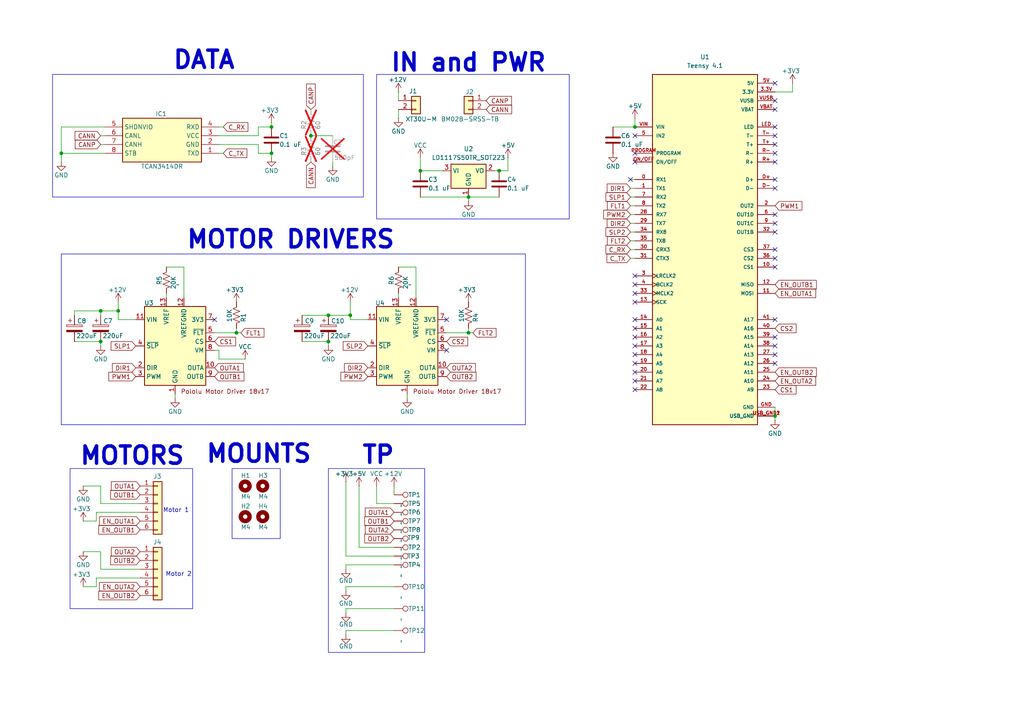
<source format=kicad_sch>
(kicad_sch (version 20250114) (generator "eeschema") (generator_version "9.0")
  (paper "A4")
  (title_block (title "Mechanum Drive Train") (date "2025-01-14") (rev "0.1") (company "Gold Rush Robotics") (comment 1 "WIP"))
  (lib_symbols
    (symbol "Connector:TestPoint" (pin_numbers (hide yes)) (pin_names (offset 0.762) (hide yes))
      (property "Reference" "TP" (at 0 6.858 0))
      (property "Value" "TestPoint" (at 0 5.08 0))
      (symbol "TestPoint_0_1"
        (circle (center 0 3.302) (radius 0.762))
      )
      (symbol "TestPoint_1_1"
        (pin passive line (at 0 0 90) (length 2.54) (name "1") (number "1"))
      )
    )
    (symbol "Connector_Generic:Conn_01x02" (pin_names (offset 1.016) (hide yes))
      (property "Reference" "J" (at 0 2.54 0))
      (property "Value" "Conn_01x02" (at 0 -5.08 0))
      (symbol "Conn_01x02_1_1"
        (rectangle (start -1.27 1.27) (end 1.27 -3.81) (stroke (width 0.254)) (fill (type background)))
        (rectangle (start -1.27 0.127) (end 0 -0.127) (stroke (width 0.1524)))
        (rectangle (start -1.27 -2.413) (end 0 -2.667) (stroke (width 0.1524)))
        (pin passive line (at -5.08 0 0) (length 3.81) (name "Pin_1") (number "1"))
        (pin passive line (at -5.08 -2.54 0) (length 3.81) (name "Pin_2") (number "2"))
      )
    )
    (symbol "Connector_Generic:Conn_01x06" (pin_names (offset 1.016) (hide yes))
      (property "Reference" "J" (at 0 7.62 0))
      (property "Value" "Conn_01x06" (at 0 -10.16 0))
      (symbol "Conn_01x06_1_1"
        (rectangle (start -1.27 6.35) (end 1.27 -8.89) (stroke (width 0.254)) (fill (type background)))
        (rectangle (start -1.27 5.207) (end 0 4.953) (stroke (width 0.1524)))
        (rectangle (start -1.27 2.667) (end 0 2.413) (stroke (width 0.1524)))
        (rectangle (start -1.27 0.127) (end 0 -0.127) (stroke (width 0.1524)))
        (rectangle (start -1.27 -2.413) (end 0 -2.667) (stroke (width 0.1524)))
        (rectangle (start -1.27 -4.953) (end 0 -5.207) (stroke (width 0.1524)))
        (rectangle (start -1.27 -7.493) (end 0 -7.747) (stroke (width 0.1524)))
        (pin passive line (at -5.08 5.08 0) (length 3.81) (name "Pin_1") (number "1"))
        (pin passive line (at -5.08 2.54 0) (length 3.81) (name "Pin_2") (number "2"))
        (pin passive line (at -5.08 0 0) (length 3.81) (name "Pin_3") (number "3"))
        (pin passive line (at -5.08 -2.54 0) (length 3.81) (name "Pin_4") (number "4"))
        (pin passive line (at -5.08 -5.08 0) (length 3.81) (name "Pin_5") (number "5"))
        (pin passive line (at -5.08 -7.62 0) (length 3.81) (name "Pin_6") (number "6"))
      )
    )
    (symbol "Device:C" (pin_numbers (hide yes)) (pin_names (offset 0.254))
      (property "Reference" "C" (at 0.635 2.54 0))
      (property "Value" "C" (at 0.635 -2.54 0))
      (symbol "C_0_1"
        (polyline (pts (xy -2.032 0.762) (xy 2.032 0.762)) (stroke (width 0.508)))
        (polyline (pts (xy -2.032 -0.762) (xy 2.032 -0.762)) (stroke (width 0.508)))
      )
      (symbol "C_1_1"
        (pin passive line (at 0 3.81 270) (length 2.794) (name "~") (number "1"))
        (pin passive line (at 0 -3.81 90) (length 2.794) (name "~") (number "2"))
      )
    )
    (symbol "Device:C_Polarized" (pin_numbers (hide yes)) (pin_names (offset 0.254))
      (property "Reference" "C" (at 0.635 2.54 0))
      (property "Value" "C_Polarized" (at 0.635 -2.54 0))
      (symbol "C_Polarized_0_1"
        (rectangle (start -2.286 0.508) (end 2.286 1.016))
        (polyline (pts (xy -1.778 2.286) (xy -0.762 2.286)))
        (polyline (pts (xy -1.27 2.794) (xy -1.27 1.778)))
        (rectangle (start 2.286 -0.508) (end -2.286 -1.016) (fill (type outline)))
      )
      (symbol "C_Polarized_1_1"
        (pin passive line (at 0 3.81 270) (length 2.794) (name "~") (number "1"))
        (pin passive line (at 0 -3.81 90) (length 2.794) (name "~") (number "2"))
      )
    )
    (symbol "Device:R_US" (pin_numbers (hide yes)) (pin_names (offset 0))
      (property "Reference" "R" (at 2.54 0 90))
      (property "Value" "R_US" (at -2.54 0 90))
      (symbol "R_US_0_1"
        (polyline (pts (xy 0 2.286) (xy 0 2.54)))
        (polyline (pts (xy 0 2.286) (xy 1.016 1.905) (xy 0 1.524) (xy -1.016 1.143) (xy 0 0.762)))
        (polyline (pts (xy 0 0.762) (xy 1.016 0.381) (xy 0 0) (xy -1.016 -0.381) (xy 0 -0.762)))
        (polyline (pts (xy 0 -0.762) (xy 1.016 -1.143) (xy 0 -1.524) (xy -1.016 -1.905) (xy 0 -2.286)))
        (polyline (pts (xy 0 -2.286) (xy 0 -2.54)))
      )
      (symbol "R_US_1_1"
        (pin passive line (at 0 3.81 270) (length 1.27) (name "~") (number "1"))
        (pin passive line (at 0 -3.81 90) (length 1.27) (name "~") (number "2"))
      )
    )
    (symbol "Mechanical:MountingHole" (pin_names (offset 1.016)) (exclude_from_sim yes) (in_bom no)
      (property "Reference" "H" (at 0 5.08 0))
      (property "Value" "MountingHole" (at 0 3.175 0))
      (symbol "MountingHole_0_1"
        (circle (center 0 0) (radius 1.27) (stroke (width 1.27)))
      )
    )
    (symbol "Pololu_Motor_Driver_18v17_1"
      (property "Reference" "U" (at 8.636 30.988 0))
      (symbol "Pololu_Motor_Driver_18v17_1_0_1"
        (rectangle (start 0 29.21) (end 17.78 6.35) (stroke (width 0.254)) (fill (type background)))
      )
      (symbol "Pololu_Motor_Driver_18v17_1_1_1"
        (text "Pololu Motor Driver 18v17" (at 23.368 4.572 0) (effects (font (size 1.27 1.27))))
        (pin power_in line (at -2.54 25.4 0) (length 2.54) (name "VIN") (number "11"))
        (pin input line (at -2.54 17.78 0) (length 2.54) (name "~{SLP}") (number "4"))
        (pin input line (at -2.54 11.43 0) (length 2.54) (name "DIR") (number "2"))
        (pin input line (at -2.54 8.89 0) (length 2.54) (name "PWM") (number "3"))
        (pin power_in line (at 6.35 31.75 270) (length 2.54) (name "VREF") (number "13"))
        (pin power_in line (at 8.89 3.81 90) (length 2.54) (name "GND") (number "1"))
        (pin power_in line (at 11.43 31.75 270) (length 2.54) (name "VREFGND") (number "12"))
        (pin power_out line (at 20.32 25.4 180) (length 2.54) (name "3V3") (number "7"))
        (pin output line (at 20.32 21.59 180) (length 2.54) (name "~{FLT}") (number "5"))
        (pin output line (at 20.32 19.05 180) (length 2.54) (name "CS") (number "6"))
        (pin output line (at 20.32 16.51 180) (length 2.54) (name "VM") (number "8"))
        (pin output line (at 20.32 11.43 180) (length 2.54) (name "OUTA") (number "10"))
        (pin output line (at 20.32 8.89 180) (length 2.54) (name "OUTB") (number "9"))
      )
    )
    (symbol "PolouMotorDriver:Pololu_Motor_Driver_18v17"
      (property "Reference" "U" (at 8.636 30.988 0))
      (symbol "Pololu_Motor_Driver_18v17_0_1"
        (rectangle (start 0 29.21) (end 17.78 6.35) (stroke (width 0.254)) (fill (type background)))
      )
      (symbol "Pololu_Motor_Driver_18v17_1_1"
        (text "Pololu Motor Driver 18v17" (at 23.368 4.572 0) (effects (font (size 1.27 1.27))))
        (pin power_in line (at -2.54 25.4 0) (length 2.54) (name "VIN") (number "11"))
        (pin input line (at -2.54 17.78 0) (length 2.54) (name "~{SLP}") (number "4"))
        (pin input line (at -2.54 11.43 0) (length 2.54) (name "DIR") (number "2"))
        (pin input line (at -2.54 8.89 0) (length 2.54) (name "PWM") (number "3"))
        (pin power_in line (at 6.35 31.75 270) (length 2.54) (name "VREF") (number "13"))
        (pin power_in line (at 8.89 3.81 90) (length 2.54) (name "GND") (number "1"))
        (pin power_in line (at 11.43 31.75 270) (length 2.54) (name "VREFGND") (number "12"))
        (pin power_out line (at 20.32 25.4 180) (length 2.54) (name "3V3") (number "7"))
        (pin output line (at 20.32 21.59 180) (length 2.54) (name "~{FLT}") (number "5"))
        (pin output line (at 20.32 19.05 180) (length 2.54) (name "CS") (number "6"))
        (pin output line (at 20.32 16.51 180) (length 2.54) (name "VM") (number "8"))
        (pin output line (at 20.32 11.43 180) (length 2.54) (name "OUTA") (number "10"))
        (pin output line (at 20.32 8.89 180) (length 2.54) (name "OUTB") (number "9"))
      )
    )
    (symbol "Regulator_Linear:LD1117S50TR_SOT223"
      (property "Reference" "U" (at -3.81 3.175 0))
      (property "Value" "LD1117S50TR_SOT223" (at 0 3.175 0))
      (symbol "LD1117S50TR_SOT223_0_1"
        (rectangle (start -5.08 -5.08) (end 5.08 1.905) (stroke (width 0.254)) (fill (type background)))
      )
      (symbol "LD1117S50TR_SOT223_1_1"
        (pin power_in line (at -7.62 0 0) (length 2.54) (name "VI") (number "3"))
        (pin power_in line (at 0 -7.62 90) (length 2.54) (name "GND") (number "1"))
        (pin power_out line (at 7.62 0 180) (length 2.54) (name "VO") (number "2"))
      )
    )
    (symbol "TCAN3414DR:TCAN3414DR"
      (property "Reference" "IC" (at 29.21 7.62 0))
      (property "Value" "TCAN3414DR" (at 29.21 5.08 0))
      (symbol "TCAN3414DR_1_1"
        (rectangle (start 5.08 2.54) (end 27.94 -10.16) (stroke (width 0.254)) (fill (type background)))
        (pin passive line (at 0 0 0) (length 5.08) (name "TXD") (number "1"))
        (pin passive line (at 0 -2.54 0) (length 5.08) (name "GND") (number "2"))
        (pin passive line (at 0 -5.08 0) (length 5.08) (name "VCC") (number "3"))
        (pin passive line (at 0 -7.62 0) (length 5.08) (name "RXD") (number "4"))
        (pin passive line (at 33.02 0 180) (length 5.08) (name "STB") (number "8"))
        (pin passive line (at 33.02 -2.54 180) (length 5.08) (name "CANH") (number "7"))
        (pin passive line (at 33.02 -5.08 180) (length 5.08) (name "CANL") (number "6"))
        (pin passive line (at 33.02 -7.62 180) (length 5.08) (name "SHDNVIO") (number "5"))
      )
    )
    (symbol "Teensy 4.1:DEV-16771" (pin_names (offset 1.016))
      (property "Reference" "U" (at -15.24 52.07 0))
      (property "Value" "DEV-16771" (at -15.24 -53.34 0))
      (symbol "DEV-16771_0_0"
        (rectangle (start -15.24 -50.8) (end 15.24 50.8) (stroke (width 0.254)) (fill (type background)))
        (pin input line (at -20.32 35.56 0) (length 5.08) (name "VIN") (number "VIN"))
        (pin bidirectional line (at -20.32 33.02 0) (length 5.08) (name "IN2") (number "5"))
        (pin bidirectional line (at -20.32 27.94 0) (length 5.08) (name "PROGRAM") (number "PROGRAM"))
        (pin bidirectional line (at -20.32 25.4 0) (length 5.08) (name "ON/OFF") (number "ON/OFF"))
        (pin bidirectional line (at -20.32 20.32 0) (length 5.08) (name "RX1") (number "0"))
        (pin bidirectional line (at -20.32 17.78 0) (length 5.08) (name "TX1") (number "1"))
        (pin bidirectional line (at -20.32 15.24 0) (length 5.08) (name "RX2") (number "7"))
        (pin bidirectional line (at -20.32 12.7 0) (length 5.08) (name "TX2") (number "8"))
        (pin bidirectional line (at -20.32 10.16 0) (length 5.08) (name "RX7") (number "28"))
        (pin bidirectional line (at -20.32 7.62 0) (length 5.08) (name "TX7") (number "29"))
        (pin bidirectional line (at -20.32 5.08 0) (length 5.08) (name "RX8") (number "34"))
        (pin bidirectional line (at -20.32 2.54 0) (length 5.08) (name "TX8") (number "35"))
        (pin bidirectional line (at -20.32 0 0) (length 5.08) (name "CRX3") (number "30"))
        (pin bidirectional line (at -20.32 -2.54 0) (length 5.08) (name "CTX3") (number "31"))
        (pin bidirectional clock (at -20.32 -7.62 0) (length 5.08) (name "LRCLK2") (number "3"))
        (pin bidirectional clock (at -20.32 -10.16 0) (length 5.08) (name "BCLK2") (number "4"))
        (pin bidirectional clock (at -20.32 -12.7 0) (length 5.08) (name "MCLK2") (number "33"))
        (pin bidirectional clock (at -20.32 -15.24 0) (length 5.08) (name "SCK") (number "13"))
        (pin bidirectional line (at -20.32 -20.32 0) (length 5.08) (name "A0") (number "14"))
        (pin bidirectional line (at -20.32 -22.86 0) (length 5.08) (name "A1") (number "15"))
        (pin bidirectional line (at -20.32 -25.4 0) (length 5.08) (name "A2") (number "16"))
        (pin bidirectional line (at -20.32 -27.94 0) (length 5.08) (name "A3") (number "17"))
        (pin bidirectional line (at -20.32 -30.48 0) (length 5.08) (name "A4") (number "18"))
        (pin bidirectional line (at -20.32 -33.02 0) (length 5.08) (name "A5") (number "19"))
        (pin bidirectional line (at -20.32 -35.56 0) (length 5.08) (name "A6") (number "20"))
        (pin bidirectional line (at -20.32 -38.1 0) (length 5.08) (name "A7") (number "21"))
        (pin bidirectional line (at -20.32 -40.64 0) (length 5.08) (name "A8") (number "22"))
        (pin power_in line (at 20.32 48.26 180) (length 5.08) (name "5V") (number "5V"))
        (pin passive line (at 20.32 43.18 180) (length 5.08) (name "VUSB") (number "VUSB"))
        (pin passive line (at 20.32 40.64 180) (length 5.08) (name "VBAT") (number "VBAT"))
        (pin bidirectional line (at 20.32 35.56 180) (length 5.08) (name "LED") (number "LED"))
        (pin bidirectional line (at 20.32 33.02 180) (length 5.08) (name "T-") (number "T-"))
        (pin bidirectional line (at 20.32 30.48 180) (length 5.08) (name "T+") (number "T+"))
        (pin bidirectional line (at 20.32 27.94 180) (length 5.08) (name "R-") (number "R-"))
        (pin bidirectional line (at 20.32 25.4 180) (length 5.08) (name "R+") (number "R+"))
        (pin bidirectional line (at 20.32 20.32 180) (length 5.08) (name "D+") (number "D+"))
        (pin bidirectional line (at 20.32 17.78 180) (length 5.08) (name "D-") (number "D-"))
        (pin output line (at 20.32 12.7 180) (length 5.08) (name "OUT2") (number "2"))
        (pin output line (at 20.32 10.16 180) (length 5.08) (name "OUT1D") (number "6"))
        (pin output line (at 20.32 7.62 180) (length 5.08) (name "OUT1C") (number "9"))
        (pin output line (at 20.32 5.08 180) (length 5.08) (name "OUT1B") (number "32"))
        (pin bidirectional line (at 20.32 0 180) (length 5.08) (name "CS3") (number "37"))
        (pin bidirectional line (at 20.32 -2.54 180) (length 5.08) (name "CS2") (number "36"))
        (pin bidirectional line (at 20.32 -5.08 180) (length 5.08) (name "CS1") (number "10"))
        (pin bidirectional line (at 20.32 -10.16 180) (length 5.08) (name "MISO") (number "12"))
        (pin bidirectional line (at 20.32 -12.7 180) (length 5.08) (name "MOSI") (number "11"))
        (pin bidirectional line (at 20.32 -20.32 180) (length 5.08) (name "A17") (number "41"))
        (pin bidirectional line (at 20.32 -22.86 180) (length 5.08) (name "A16") (number "40"))
        (pin bidirectional line (at 20.32 -25.4 180) (length 5.08) (name "A15") (number "39"))
        (pin bidirectional line (at 20.32 -27.94 180) (length 5.08) (name "A14") (number "38"))
        (pin bidirectional line (at 20.32 -30.48 180) (length 5.08) (name "A13") (number "27"))
        (pin bidirectional line (at 20.32 -33.02 180) (length 5.08) (name "A12") (number "26"))
        (pin bidirectional line (at 20.32 -35.56 180) (length 5.08) (name "A11") (number "25"))
        (pin bidirectional line (at 20.32 -38.1 180) (length 5.08) (name "A10") (number "24"))
        (pin bidirectional line (at 20.32 -40.64 180) (length 5.08) (name "A9") (number "23"))
        (pin power_in line (at 20.32 -48.26 180) (length 5.08) (name "USB_GND") (number "USB_GND1"))
        (pin power_in line (at 20.32 -48.26 180) (length 5.08) (name "USB_GND") (number "USB_GND2"))
      )
      (symbol "DEV-16771_1_0"
        (pin power_in line (at 20.32 45.72 180) (length 5.08) (name "3.3V") (number "3.3V"))
        (pin power_in line (at 20.32 -45.72 180) (length 5.08) (name "GND") (number "GND"))
      )
    )
    (symbol "power:+12V" (power) (pin_numbers (hide yes)) (pin_names (offset 0) (hide yes))
      (property "Value" "+12V" (at 0 3.556 0))
      (symbol "+12V_0_1"
        (polyline (pts (xy -0.762 1.27) (xy 0 2.54)))
        (polyline (pts (xy 0 2.54) (xy 0.762 1.27)))
        (polyline (pts (xy 0 0) (xy 0 2.54)))
      )
      (symbol "+12V_1_1"
        (pin power_in line (at 0 0 90) (length 0) (name "~") (number "1"))
      )
    )
    (symbol "power:+3V3" (power) (pin_numbers (hide yes)) (pin_names (offset 0) (hide yes))
      (property "Value" "+3V3" (at 0 3.556 0))
      (symbol "+3V3_0_1"
        (polyline (pts (xy -0.762 1.27) (xy 0 2.54)))
        (polyline (pts (xy 0 2.54) (xy 0.762 1.27)))
        (polyline (pts (xy 0 0) (xy 0 2.54)))
      )
      (symbol "+3V3_1_1"
        (pin power_in line (at 0 0 90) (length 0) (name "~") (number "1"))
      )
    )
    (symbol "power:+5V" (power) (pin_numbers (hide yes)) (pin_names (offset 0) (hide yes))
      (property "Value" "+5V" (at 0 3.556 0))
      (symbol "+5V_0_1"
        (polyline (pts (xy -0.762 1.27) (xy 0 2.54)))
        (polyline (pts (xy 0 2.54) (xy 0.762 1.27)))
        (polyline (pts (xy 0 0) (xy 0 2.54)))
      )
      (symbol "+5V_1_1"
        (pin power_in line (at 0 0 90) (length 0) (name "~") (number "1"))
      )
    )
    (symbol "power:GND" (power) (pin_numbers (hide yes)) (pin_names (offset 0) (hide yes))
      (property "Value" "GND" (at 0 -3.81 0))
      (symbol "GND_0_1"
        (polyline (pts (xy 0 0) (xy 0 -1.27) (xy 1.27 -1.27) (xy 0 -2.54) (xy -1.27 -1.27) (xy 0 -1.27)))
      )
      (symbol "GND_1_1"
        (pin power_in line (at 0 0 270) (length 0) (name "~") (number "1"))
      )
    )
    (symbol "power:VCC" (power) (pin_numbers (hide yes)) (pin_names (offset 0) (hide yes))
      (property "Value" "VCC" (at 0 3.556 0))
      (symbol "VCC_0_1"
        (polyline (pts (xy -0.762 1.27) (xy 0 2.54)))
        (polyline (pts (xy 0 2.54) (xy 0.762 1.27)))
        (polyline (pts (xy 0 0) (xy 0 2.54)))
      )
      (symbol "VCC_1_1"
        (pin power_in line (at 0 0 90) (length 0) (name "~") (number "1"))
      )
    )
  )
  (rectangle (start 67.31 135.89) (end 81.28 156.21))
  (rectangle (start 15.24 21.59) (end 105.41 57.15))
  (rectangle (start 20.32 135.89) (end 55.88 176.53))
  (rectangle (start 95.25 135.89) (end 123.19 189.23))
  (rectangle (start 17.78 73.66) (end 152.4 123.19))
  (rectangle (start 109.22 21.59) (end 165.1 63.5))
  (text "MOUNTS" (at 75.0796 131.7564 0) (effects (font (size 5 5) (thickness 1) (bold yes))))
  (text "TP" (at 109.728 132.08 0) (effects (font (size 5 5) (thickness 1) (bold yes))))
  (text "Motor 1" (at 51.054 148.082 0) (effects (font (size 1.27 1.27))))
  (text "DATA" (at 59.182 17.526 0) (effects (font (size 5 5) (thickness 1) (bold yes))))
  (text "IN and PWR" (at 135.89 18.288 0) (effects (font (size 5 5) (thickness 1) (bold yes))))
  (text "MOTOR DRIVERS" (at 84.328 69.596 0) (effects (font (size 5 5) (thickness 1) (bold yes))))
  (text "Motor 2" (at 51.816 166.624 0) (effects (font (size 1.27 1.27))))
  (text "MOTORS" (at 38.354 132.334 0) (effects (font (size 5 5) (thickness 1) (bold yes))))
  (junction (at 68.58 96.52))
  (junction (at 29.21 99.06))
  (junction (at 224.79 120.65))
  (junction (at 95.25 91.44))
  (junction (at 78.74 44.45))
  (junction (at 29.21 90.17))
  (junction (at 135.89 57.15))
  (junction (at 144.78 49.53))
  (junction (at 101.6 91.44))
  (junction (at 121.92 49.53))
  (junction (at 90.17 39.37))
  (junction (at 17.78 44.45))
  (junction (at 78.74 36.83))
  (junction (at 95.25 99.06))
  (junction (at 135.89 96.52))
  (junction (at 34.29 90.17))
  (junction (at 184.15 36.83))
  (no_connect (at 184.15 87.63))
  (no_connect (at 224.79 77.47))
  (no_connect (at 224.79 39.37))
  (no_connect (at 184.15 80.01))
  (no_connect (at 184.15 107.95))
  (no_connect (at 129.54 101.6))
  (no_connect (at 184.15 85.09))
  (no_connect (at 224.79 44.45))
  (no_connect (at 224.79 41.91))
  (no_connect (at 184.15 39.37))
  (no_connect (at 184.15 95.25))
  (no_connect (at 184.15 105.41))
  (no_connect (at 224.79 36.83))
  (no_connect (at 224.79 31.75))
  (no_connect (at 182.88 52.07))
  (no_connect (at 184.15 110.49))
  (no_connect (at 62.23 92.71))
  (no_connect (at 224.79 52.07))
  (no_connect (at 224.79 105.41))
  (no_connect (at 224.79 62.23))
  (no_connect (at 184.15 46.99))
  (no_connect (at 224.79 67.31))
  (no_connect (at 184.15 113.03))
  (no_connect (at 224.79 74.93))
  (no_connect (at 224.79 54.61))
  (no_connect (at 224.79 72.39))
  (no_connect (at 184.15 102.87))
  (no_connect (at 129.54 92.71))
  (no_connect (at 224.79 97.79))
  (no_connect (at 184.15 100.33))
  (no_connect (at 184.15 82.55))
  (no_connect (at 224.79 102.87))
  (no_connect (at 224.79 46.99))
  (no_connect (at 184.15 44.45))
  (no_connect (at 224.79 24.13))
  (no_connect (at 184.15 97.79))
  (no_connect (at 224.79 64.77))
  (no_connect (at 224.79 100.33))
  (no_connect (at 224.79 29.21))
  (no_connect (at 184.15 92.71))
  (no_connect (at 224.79 92.71))
  (wire (pts (xy 100.33 139.7) (xy 100.33 161.29)))
  (wire (pts (xy 74.93 36.83) (xy 78.74 36.83)))
  (wire (pts (xy 101.6 91.44) (xy 101.6 92.71)))
  (wire (pts (xy 184.15 34.29) (xy 184.15 36.83)))
  (wire (pts (xy 118.11 115.57) (xy 118.11 114.3)))
  (wire (pts (xy 115.57 77.47) (xy 120.65 77.47)))
  (wire (pts (xy 63.5 104.14) (xy 63.5 101.6)))
  (wire (pts (xy 100.33 182.88) (xy 100.33 184.15)))
  (wire (pts (xy 177.8 36.83) (xy 184.15 36.83)))
  (wire (pts (xy 68.58 96.52) (xy 69.85 96.52)))
  (wire (pts (xy 100.33 170.18) (xy 100.33 171.45)))
  (wire (pts (xy 224.79 118.11) (xy 224.79 120.65)))
  (wire (pts (xy 100.33 163.83) (xy 114.3 163.83)))
  (wire (pts (xy 87.63 91.44) (xy 95.25 91.44)))
  (wire (pts (xy 27.94 151.13) (xy 27.94 148.59)))
  (wire (pts (xy 27.94 167.64) (xy 40.64 167.64)))
  (wire (pts (xy 144.78 49.53) (xy 147.32 49.53)))
  (wire (pts (xy 27.94 148.59) (xy 40.64 148.59)))
  (wire (pts (xy 104.14 158.75) (xy 114.3 158.75)))
  (wire (pts (xy 78.74 44.45) (xy 74.93 44.45)))
  (wire (pts (xy 114.3 140.97) (xy 114.3 143.51)))
  (wire (pts (xy 29.21 90.17) (xy 34.29 90.17)))
  (wire (pts (xy 182.88 64.77) (xy 184.15 64.77)))
  (wire (pts (xy 121.92 57.15) (xy 135.89 57.15)))
  (wire (pts (xy 144.78 49.53) (xy 143.51 49.53)))
  (wire (pts (xy 29.21 160.02) (xy 29.21 165.1)))
  (wire (pts (xy 95.25 99.06) (xy 95.25 100.33)))
  (wire (pts (xy 24.13 170.18) (xy 27.94 170.18)))
  (wire (pts (xy 100.33 176.53) (xy 114.3 176.53)))
  (wire (pts (xy 121.92 45.72) (xy 121.92 49.53)))
  (wire (pts (xy 182.88 69.85) (xy 184.15 69.85)))
  (wire (pts (xy 21.59 90.17) (xy 29.21 90.17)))
  (wire (pts (xy 96.52 48.26) (xy 96.52 46.99)))
  (wire (pts (xy 182.88 72.39) (xy 184.15 72.39)))
  (wire (pts (xy 115.57 26.67) (xy 115.57 29.21)))
  (wire (pts (xy 100.33 163.83) (xy 100.33 165.1)))
  (wire (pts (xy 182.88 59.69) (xy 184.15 59.69)))
  (wire (pts (xy 224.79 26.67) (xy 229.87 26.67)))
  (wire (pts (xy 63.5 41.91) (xy 74.93 41.91)))
  (wire (pts (xy 27.94 170.18) (xy 27.94 167.64)))
  (wire (pts (xy 100.33 161.29) (xy 114.3 161.29)))
  (wire (pts (xy 74.93 39.37) (xy 74.93 36.83)))
  (wire (pts (xy 109.22 146.05) (xy 109.22 140.97)))
  (wire (pts (xy 34.29 92.71) (xy 39.37 92.71)))
  (wire (pts (xy 17.78 44.45) (xy 30.48 44.45)))
  (wire (pts (xy 30.48 36.83) (xy 17.78 36.83)))
  (wire (pts (xy 182.88 54.61) (xy 184.15 54.61)))
  (wire (pts (xy 135.89 96.52) (xy 137.16 96.52)))
  (wire (pts (xy 24.13 151.13) (xy 27.94 151.13)))
  (wire (pts (xy 29.21 41.91) (xy 30.48 41.91)))
  (wire (pts (xy 50.8 115.57) (xy 50.8 114.3)))
  (wire (pts (xy 182.88 52.07) (xy 184.15 52.07)))
  (wire (pts (xy 17.78 46.99) (xy 17.78 44.45)))
  (wire (pts (xy 87.63 99.06) (xy 95.25 99.06)))
  (wire (pts (xy 74.93 44.45) (xy 74.93 41.91)))
  (wire (pts (xy 115.57 85.09) (xy 115.57 86.36)))
  (wire (pts (xy 182.88 74.93) (xy 184.15 74.93)))
  (wire (pts (xy 182.88 62.23) (xy 184.15 62.23)))
  (wire (pts (xy 78.74 45.72) (xy 78.74 44.45)))
  (wire (pts (xy 48.26 85.09) (xy 48.26 86.36)))
  (wire (pts (xy 34.29 87.63) (xy 34.29 90.17)))
  (wire (pts (xy 104.14 140.97) (xy 104.14 158.75)))
  (wire (pts (xy 21.59 99.06) (xy 29.21 99.06)))
  (wire (pts (xy 29.21 140.97) (xy 29.21 146.05)))
  (wire (pts (xy 101.6 92.71) (xy 106.68 92.71)))
  (wire (pts (xy 114.3 146.05) (xy 109.22 146.05)))
  (wire (pts (xy 68.58 95.25) (xy 68.58 96.52)))
  (wire (pts (xy 100.33 176.53) (xy 100.33 177.8)))
  (wire (pts (xy 129.54 96.52) (xy 135.89 96.52)))
  (wire (pts (xy 64.77 44.45) (xy 63.5 44.45)))
  (wire (pts (xy 29.21 91.44) (xy 29.21 90.17)))
  (wire (pts (xy 63.5 39.37) (xy 74.93 39.37)))
  (wire (pts (xy 224.79 121.92) (xy 224.79 120.65)))
  (wire (pts (xy 34.29 92.71) (xy 34.29 90.17)))
  (wire (pts (xy 24.13 140.97) (xy 29.21 140.97)))
  (wire (pts (xy 120.65 77.47) (xy 120.65 86.36)))
  (wire (pts (xy 182.88 67.31) (xy 184.15 67.31)))
  (wire (pts (xy 21.59 91.44) (xy 21.59 90.17)))
  (wire (pts (xy 101.6 87.63) (xy 101.6 91.44)))
  (wire (pts (xy 229.87 24.13) (xy 229.87 26.67)))
  (wire (pts (xy 24.13 160.02) (xy 29.21 160.02)))
  (wire (pts (xy 29.21 39.37) (xy 30.48 39.37)))
  (wire (pts (xy 53.34 77.47) (xy 53.34 86.36)))
  (wire (pts (xy 17.78 44.45) (xy 17.78 36.83)))
  (wire (pts (xy 63.5 101.6) (xy 62.23 101.6)))
  (wire (pts (xy 29.21 165.1) (xy 40.64 165.1)))
  (wire (pts (xy 135.89 57.15) (xy 144.78 57.15)))
  (wire (pts (xy 71.12 104.14) (xy 63.5 104.14)))
  (wire (pts (xy 121.92 49.53) (xy 128.27 49.53)))
  (wire (pts (xy 29.21 99.06) (xy 29.21 100.33)))
  (wire (pts (xy 95.25 91.44) (xy 101.6 91.44)))
  (wire (pts (xy 29.21 146.05) (xy 40.64 146.05)))
  (wire (pts (xy 100.33 170.18) (xy 114.3 170.18)))
  (wire (pts (xy 135.89 95.25) (xy 135.89 96.52)))
  (wire (pts (xy 62.23 96.52) (xy 68.58 96.52)))
  (wire (pts (xy 90.17 39.37) (xy 96.52 39.37)))
  (wire (pts (xy 182.88 57.15) (xy 184.15 57.15)))
  (wire (pts (xy 78.74 35.56) (xy 78.74 36.83)))
  (wire (pts (xy 100.33 182.88) (xy 114.3 182.88)))
  (wire (pts (xy 135.89 58.42) (xy 135.89 57.15)))
  (wire (pts (xy 115.57 34.29) (xy 115.57 31.75)))
  (wire (pts (xy 147.32 45.72) (xy 147.32 49.53)))
  (wire (pts (xy 64.77 36.83) (xy 63.5 36.83)))
  (wire (pts (xy 48.26 77.47) (xy 53.34 77.47)))
  (global_label "EN_OUTA1" (shape input) (at 40.64 151.13 180) (property "Intersheetrefs" "${INTERSHEET_REFS}" (effects (hide yes))))
  (global_label "PWM1" (shape input) (at 39.37 109.22 180) (property "Intersheetrefs" "${INTERSHEET_REFS}" (effects (hide yes))))
  (global_label "OUTB2" (shape input) (at 129.54 109.22 0) (property "Intersheetrefs" "${INTERSHEET_REFS}" (effects (hide yes))))
  (global_label "PWM1" (shape input) (at 224.79 59.69 0) (property "Intersheetrefs" "${INTERSHEET_REFS}" (effects (hide yes))))
  (global_label "OUTB1" (shape input) (at 62.23 109.22 0) (property "Intersheetrefs" "${INTERSHEET_REFS}" (effects (hide yes))))
  (global_label "C_TX" (shape input) (at 182.88 74.93 180) (property "Intersheetrefs" "${INTERSHEET_REFS}" (effects (hide yes))))
  (global_label "SLP1" (shape input) (at 182.88 57.15 180) (property "Intersheetrefs" "${INTERSHEET_REFS}" (effects (hide yes))))
  (global_label "CANP" (shape input) (at 140.97 29.21 0) (property "Intersheetrefs" "${INTERSHEET_REFS}" (effects (hide yes))))
  (global_label "CANN" (shape input) (at 29.21 39.37 180) (property "Intersheetrefs" "${INTERSHEET_REFS}" (effects (hide yes))))
  (global_label "OUTB1" (shape input) (at 114.3 151.13 180) (property "Intersheetrefs" "${INTERSHEET_REFS}" (effects (hide yes))))
  (global_label "OUTA2" (shape input) (at 129.54 106.68 0) (property "Intersheetrefs" "${INTERSHEET_REFS}" (effects (hide yes))))
  (global_label "FLT1" (shape input) (at 182.88 59.69 180) (property "Intersheetrefs" "${INTERSHEET_REFS}" (effects (hide yes))))
  (global_label "FLT1" (shape input) (at 69.85 96.52 0) (property "Intersheetrefs" "${INTERSHEET_REFS}" (effects (hide yes))))
  (global_label "DIR2" (shape input) (at 182.88 64.77 180) (property "Intersheetrefs" "${INTERSHEET_REFS}" (effects (hide yes))))
  (global_label "PWM2" (shape input) (at 182.88 62.23 180) (property "Intersheetrefs" "${INTERSHEET_REFS}" (effects (hide yes))))
  (global_label "OUTA1" (shape input) (at 62.23 106.68 0) (property "Intersheetrefs" "${INTERSHEET_REFS}" (effects (hide yes))))
  (global_label "DIR1" (shape input) (at 182.88 54.61 180) (property "Intersheetrefs" "${INTERSHEET_REFS}" (effects (hide yes))))
  (global_label "FLT2" (shape input) (at 137.16 96.52 0) (property "Intersheetrefs" "${INTERSHEET_REFS}" (effects (hide yes))))
  (global_label "EN_OUTB2" (shape input) (at 40.64 172.72 180) (property "Intersheetrefs" "${INTERSHEET_REFS}" (effects (hide yes))))
  (global_label "CANP" (shape input) (at 90.17 31.75 90) (property "Intersheetrefs" "${INTERSHEET_REFS}" (effects (hide yes))))
  (global_label "DIR2" (shape input) (at 106.68 106.68 180) (property "Intersheetrefs" "${INTERSHEET_REFS}" (effects (hide yes))))
  (global_label "OUTB2" (shape input) (at 40.64 162.56 180) (property "Intersheetrefs" "${INTERSHEET_REFS}" (effects (hide yes))))
  (global_label "CANN" (shape input) (at 90.17 46.99 270) (property "Intersheetrefs" "${INTERSHEET_REFS}" (effects (hide yes))))
  (global_label "C_RX" (shape input) (at 182.88 72.39 180) (property "Intersheetrefs" "${INTERSHEET_REFS}" (effects (hide yes))))
  (global_label "CS1" (shape input) (at 62.23 99.06 0) (property "Intersheetrefs" "${INTERSHEET_REFS}" (effects (hide yes))))
  (global_label "CS2" (shape input) (at 224.79 95.25 0) (property "Intersheetrefs" "${INTERSHEET_REFS}" (effects (hide yes))))
  (global_label "EN_OUTB1" (shape input) (at 40.64 153.67 180) (property "Intersheetrefs" "${INTERSHEET_REFS}" (effects (hide yes))))
  (global_label "SLP2" (shape input) (at 182.88 67.31 180) (property "Intersheetrefs" "${INTERSHEET_REFS}" (effects (hide yes))))
  (global_label "OUTA2" (shape input) (at 114.3 153.67 180) (property "Intersheetrefs" "${INTERSHEET_REFS}" (effects (hide yes))))
  (global_label "C_TX" (shape input) (at 64.77 44.45 0) (property "Intersheetrefs" "${INTERSHEET_REFS}" (effects (hide yes))))
  (global_label "C_RX" (shape input) (at 64.77 36.83 0) (property "Intersheetrefs" "${INTERSHEET_REFS}" (effects (hide yes))))
  (global_label "SLP1" (shape input) (at 39.37 100.33 180) (property "Intersheetrefs" "${INTERSHEET_REFS}" (effects (hide yes))))
  (global_label "CANP" (shape input) (at 29.21 41.91 180) (property "Intersheetrefs" "${INTERSHEET_REFS}" (effects (hide yes))))
  (global_label "FLT2" (shape input) (at 182.88 69.85 180) (property "Intersheetrefs" "${INTERSHEET_REFS}" (effects (hide yes))))
  (global_label "PWM2" (shape input) (at 106.68 109.22 180) (property "Intersheetrefs" "${INTERSHEET_REFS}" (effects (hide yes))))
  (global_label "OUTB1" (shape input) (at 40.64 143.51 180) (property "Intersheetrefs" "${INTERSHEET_REFS}" (effects (hide yes))))
  (global_label "OUTA1" (shape input) (at 114.3 148.59 180) (property "Intersheetrefs" "${INTERSHEET_REFS}" (effects (hide yes))))
  (global_label "DIR1" (shape input) (at 39.37 106.68 180) (property "Intersheetrefs" "${INTERSHEET_REFS}" (effects (hide yes))))
  (global_label "EN_OUTA1" (shape input) (at 224.79 85.09 0) (property "Intersheetrefs" "${INTERSHEET_REFS}" (effects (hide yes))))
  (global_label "EN_OUTB2" (shape input) (at 224.79 107.95 0) (property "Intersheetrefs" "${INTERSHEET_REFS}" (effects (hide yes))))
  (global_label "CS1" (shape input) (at 224.79 113.03 0) (property "Intersheetrefs" "${INTERSHEET_REFS}" (effects (hide yes))))
  (global_label "EN_OUTA2" (shape input) (at 40.64 170.18 180) (property "Intersheetrefs" "${INTERSHEET_REFS}" (effects (hide yes))))
  (global_label "EN_OUTA2" (shape input) (at 224.79 110.49 0) (property "Intersheetrefs" "${INTERSHEET_REFS}" (effects (hide yes))))
  (global_label "OUTB2" (shape input) (at 114.3 156.21 180) (property "Intersheetrefs" "${INTERSHEET_REFS}" (effects (hide yes))))
  (global_label "EN_OUTB1" (shape input) (at 224.79 82.55 0) (property "Intersheetrefs" "${INTERSHEET_REFS}" (effects (hide yes))))
  (global_label "SLP2" (shape input) (at 106.68 100.33 180) (property "Intersheetrefs" "${INTERSHEET_REFS}" (effects (hide yes))))
  (global_label "OUTA2" (shape input) (at 40.64 160.02 180) (property "Intersheetrefs" "${INTERSHEET_REFS}" (effects (hide yes))))
  (global_label "CS2" (shape input) (at 129.54 99.06 0) (property "Intersheetrefs" "${INTERSHEET_REFS}" (effects (hide yes))))
  (global_label "OUTA1" (shape input) (at 40.64 140.97 180) (property "Intersheetrefs" "${INTERSHEET_REFS}" (effects (hide yes))))
  (global_label "CANN" (shape input) (at 140.97 31.75 0) (property "Intersheetrefs" "${INTERSHEET_REFS}" (effects (hide yes))))
  (symbol (lib_id "Connector_Generic:Conn_01x02") (at 135.89 29.21 0) (mirror y) (unit 1)
    (property "Reference" "J2" (at 137.414 26.6699 0) (effects (justify left)))
    (property "Value" "BM02B-SRSS-TB" (at 144.78 34.5439 0) (effects (justify left)))
    (property "Footprint" "Connector_JST:JST_SH_BM02B-SRSS-TB_1x02-1MP_P1.00mm_Vertical" (effects (hide yes)))
    (property "Description" "Generic connector, single row, 01x02, script generated (kicad-library-utils/schlib/autogen/connector/)" (effects (hide yes)))
  )
  (symbol (lib_id "Connector:TestPoint") (at 114.3 163.83 270) (unit 1)
    (property "Reference" "TP4" (at 118.3641 163.83 90) (effects (justify left)))
    (property "Value" "~" (at 116.3321 166.37 0) (effects (justify left)))
    (property "Footprint" "TestPoint:TestPoint_Loop_D1.80mm_Drill1.0mm_Beaded" (effects (hide yes)))
    (property "Description" "test point" (effects (hide yes)))
  )
  (symbol (lib_id "Device:R_US") (at 68.58 91.44 0) (mirror y) (unit 1)
    (property "Reference" "R1" (at 70.612 93.4719 90) (effects (justify left)))
    (property "Value" "10K" (at 66.548 93.4719 90) (effects (justify left)))
    (property "Footprint" "Resistor_SMD:R_0805_2012Metric_Pad1.20x1.40mm_HandSolder" (effects (hide yes)))
    (property "Description" "Resistor, US symbol" (effects (hide yes)))
  )
  (symbol (lib_id "Connector:TestPoint") (at 114.3 153.67 270) (unit 1)
    (property "Reference" "TP8" (at 118.3641 153.67 90) (effects (justify left)))
    (property "Value" "~" (at 116.3321 156.21 0) (effects (justify left)))
    (property "Footprint" "TestPoint:TestPoint_Loop_D1.80mm_Drill1.0mm_Beaded" (effects (hide yes)))
    (property "Description" "test point" (effects (hide yes)))
  )
  (symbol (lib_id "power:+12V") (at 101.6 87.63 0) (unit 1)
    (property "Reference" "#PWR05" (effects (hide yes)))
    (property "Value" "+12V" (at 101.346 84.074 0))
    (property "Description" "Power symbol creates a global label with name \"+12V\"" (effects (hide yes)))
  )
  (symbol (lib_id "Device:R_US") (at 115.57 81.28 0) (mirror x) (unit 1)
    (property "Reference" "R6" (at 113.538 80.0101 90) (effects (justify left)))
    (property "Value" "20K" (at 117.602 80.0101 90) (effects (justify left)))
    (property "Footprint" "Resistor_THT:R_Axial_DIN0207_L6.3mm_D2.5mm_P5.08mm_Vertical" (effects (hide yes)))
    (property "Description" "Resistor, US symbol" (effects (hide yes)))
  )
  (symbol (lib_id "power:+3V3") (at 68.58 87.63 0) (unit 1)
    (property "Reference" "#PWR04" (effects (hide yes)))
    (property "Value" "+3V3" (at 68.072 84.074 0))
    (property "Description" "Power symbol creates a global label with name \"+3V3\"" (effects (hide yes)))
  )
  (symbol (lib_id "power:+3V3") (at 229.87 24.13 0) (unit 1)
    (property "Reference" "#PWR028" (effects (hide yes)))
    (property "Value" "+3V3" (at 229.362 20.574 0))
    (property "Description" "Power symbol creates a global label with name \"+3V3\"" (effects (hide yes)))
  )
  (symbol (lib_id "Connector:TestPoint") (at 114.3 151.13 270) (unit 1)
    (property "Reference" "TP7" (at 118.3641 151.13 90) (effects (justify left)))
    (property "Value" "~" (at 116.3321 153.67 0) (effects (justify left)))
    (property "Footprint" "TestPoint:TestPoint_Loop_D1.80mm_Drill1.0mm_Beaded" (effects (hide yes)))
    (property "Description" "test point" (effects (hide yes)))
  )
  (symbol (lib_id "Device:C") (at 78.74 40.64 0) (unit 1)
    (property "Reference" "C1" (at 81.026 39.3699 0) (effects (justify left)))
    (property "Value" "0.1 uF" (at 81.026 41.9099 0) (effects (justify left)))
    (property "Footprint" "Capacitor_SMD:C_0805_2012Metric_Pad1.18x1.45mm_HandSolder" (effects (hide yes)))
    (property "Description" "Unpolarized capacitor" (effects (hide yes)))
  )
  (symbol (lib_id "Connector_Generic:Conn_01x02") (at 120.65 29.21 0) (unit 1)
    (property "Reference" "J1" (at 118.618 26.4159 0) (effects (justify left)))
    (property "Value" "XT30U-M" (at 117.602 34.5439 0) (effects (justify left)))
    (property "Footprint" "Connector_AMASS:AMASS_XT30U-M_1x02_P5.0mm_Vertical" (effects (hide yes)))
    (property "Description" "Generic connector, single row, 01x02, script generated (kicad-library-utils/schlib/autogen/connector/)" (effects (hide yes)))
  )
  (symbol (lib_id "Connector:TestPoint") (at 114.3 170.18 270) (unit 1)
    (property "Reference" "TP10" (at 118.3641 170.18 90) (effects (justify left)))
    (property "Value" "~" (at 116.3321 172.72 0) (effects (justify left)))
    (property "Footprint" "TestPoint:TestPoint_Loop_D1.80mm_Drill1.0mm_Beaded" (effects (hide yes)))
    (property "Description" "test point" (effects (hide yes)))
  )
  (symbol (lib_id "PolouMotorDriver:Pololu_Motor_Driver_18v17") (at 109.22 118.11 0) (unit 1)
    (property "Reference" "U4" (at 110.236 87.884 0))
    (property "Value" "~" (at 118.872 82.55 0))
    (property "Footprint" "PolouMotorDriver:Pololu_G2_Motor_Driver_18v17" (effects (hide yes)))
  )
  (symbol (lib_id "Device:C_Polarized") (at 29.21 95.25 0) (unit 1)
    (property "Reference" "C7" (at 29.972 93.0909 0) (effects (justify left)))
    (property "Value" "220uF" (at 29.718 97.4089 0) (effects (justify left)))
    (property "Footprint" "Capacitor_THT:CP_Radial_D6.3mm_P2.50mm" (effects (hide yes)))
    (property "Datasheet" "https://www.digikey.com/en/products/detail/rubycon/25YXJ220M6-3X11/3563124" (effects (hide yes)))
    (property "Description" "Polarized capacitor" (effects (hide yes)))
  )
  (symbol (lib_id "power:+12V") (at 115.57 26.67 0) (unit 1)
    (property "Reference" "#PWR012" (effects (hide yes)))
    (property "Value" "+12V" (at 115.316 23.114 0))
    (property "Description" "Power symbol creates a global label with name \"+12V\"" (effects (hide yes)))
  )
  (symbol (lib_id "power:GND") (at 224.79 121.92 0) (unit 1)
    (property "Reference" "#PWR018" (effects (hide yes)))
    (property "Value" "GND" (at 224.79 125.73 0))
    (property "Description" "Power symbol creates a global label with name \"GND\" , ground" (effects (hide yes)))
  )
  (symbol (lib_id "Connector:TestPoint") (at 114.3 148.59 270) (unit 1)
    (property "Reference" "TP6" (at 118.3641 148.59 90) (effects (justify left)))
    (property "Value" "~" (at 116.3321 151.13 0) (effects (justify left)))
    (property "Footprint" "TestPoint:TestPoint_Loop_D1.80mm_Drill1.0mm_Beaded" (effects (hide yes)))
    (property "Description" "test point" (effects (hide yes)))
  )
  (symbol (lib_id "power:VCC") (at 109.22 140.97 0) (unit 1)
    (property "Reference" "#PWR031" (effects (hide yes)))
    (property "Value" "VCC" (at 109.22 137.414 0))
    (property "Description" "Power symbol creates a global label with name \"VCC\"" (effects (hide yes)))
  )
  (symbol (lib_id "Device:C") (at 121.92 53.34 0) (unit 1)
    (property "Reference" "C3" (at 124.206 52.0699 0) (effects (justify left)))
    (property "Value" "0.1 uF" (at 124.206 54.6099 0) (effects (justify left)))
    (property "Footprint" "Capacitor_SMD:C_0805_2012Metric_Pad1.18x1.45mm_HandSolder" (effects (hide yes)))
    (property "Description" "Unpolarized capacitor" (effects (hide yes)))
  )
  (symbol (lib_id "Connector_Generic:Conn_01x06") (at 45.72 146.05 0) (unit 1)
    (property "Reference" "J3" (at 44.45 138.1759 0) (effects (justify left)))
    (property "Value" "5 pin dupont" (effects (hide yes)))
    (property "Footprint" "Connector_PinHeader_2.54mm:PinHeader_1x06_P2.54mm_Vertical" (effects (hide yes)))
    (property "Description" "Generic connector, single row, 01x06, script generated (kicad-library-utils/schlib/autogen/connector/)" (effects (hide yes)))
  )
  (symbol (lib_id "Device:R_US") (at 90.17 43.18 0) (unit 1) (dnp yes)
    (property "Reference" "R3" (at 88.138 45.2119 90) (effects (justify left)))
    (property "Value" "60" (at 92.202 45.2119 90) (effects (justify left)))
    (property "Footprint" "Resistor_SMD:R_0805_2012Metric_Pad1.20x1.40mm_HandSolder" (effects (hide yes)))
    (property "Description" "Resistor, US symbol" (effects (hide yes)))
  )
  (symbol (lib_id "power:+3V3") (at 24.13 151.13 0) (unit 1)
    (property "Reference" "#PWR020" (effects (hide yes)))
    (property "Value" "+3V3" (at 23.622 147.574 0))
    (property "Description" "Power symbol creates a global label with name \"+3V3\"" (effects (hide yes)))
  )
  (symbol (lib_id "power:+5V") (at 184.15 34.29 0) (unit 1)
    (property "Reference" "#PWR017" (effects (hide yes)))
    (property "Value" "+5V" (at 184.15 30.734 0))
    (property "Description" "Power symbol creates a global label with name \"+5V\"" (effects (hide yes)))
  )
  (symbol (lib_id "power:GND") (at 96.52 48.26 0) (unit 1)
    (property "Reference" "#PWR09" (effects (hide yes)))
    (property "Value" "GND" (at 96.52 52.07 0))
    (property "Description" "Power symbol creates a global label with name \"GND\" , ground" (effects (hide yes)))
  )
  (symbol (lib_id "Device:C") (at 96.52 43.18 0) (unit 1) (dnp yes)
    (property "Reference" "C2" (at 96.647 41.2749 0) (effects (justify left)))
    (property "Value" "560pF" (at 96.901 45.7199 0) (effects (justify left)))
    (property "Footprint" "Capacitor_SMD:C_0805_2012Metric_Pad1.18x1.45mm_HandSolder" (effects (hide yes)))
    (property "Description" "Unpolarized capacitor" (effects (hide yes)))
  )
  (symbol (lib_id "power:GND") (at 118.11 115.57 0) (unit 1)
    (property "Reference" "#PWR08" (effects (hide yes)))
    (property "Value" "GND" (at 118.11 119.38 0))
    (property "Description" "Power symbol creates a global label with name \"GND\" , ground" (effects (hide yes)))
  )
  (symbol (lib_id "Connector:TestPoint") (at 114.3 143.51 270) (unit 1)
    (property "Reference" "TP1" (at 118.3641 143.51 90) (effects (justify left)))
    (property "Value" "~" (at 116.3321 146.05 0) (effects (justify left)))
    (property "Footprint" "TestPoint:TestPoint_Loop_D1.80mm_Drill1.0mm_Beaded" (effects (hide yes)))
    (property "Description" "test point" (effects (hide yes)))
  )
  (symbol (lib_id "Device:R_US") (at 90.17 35.56 0) (unit 1) (dnp yes)
    (property "Reference" "R2" (at 88.138 37.5919 90) (effects (justify left)))
    (property "Value" "60" (at 92.202 37.5919 90) (effects (justify left)))
    (property "Footprint" "Resistor_SMD:R_0805_2012Metric_Pad1.20x1.40mm_HandSolder" (effects (hide yes)))
    (property "Description" "Resistor, US symbol" (effects (hide yes)))
  )
  (symbol (lib_id "power:GND") (at 24.13 140.97 0) (unit 1)
    (property "Reference" "#PWR019" (effects (hide yes)))
    (property "Value" "GND" (at 24.13 144.78 0))
    (property "Description" "Power symbol creates a global label with name \"GND\" , ground" (effects (hide yes)))
  )
  (symbol (lib_id "Regulator_Linear:LD1117S50TR_SOT223") (at 135.89 49.53 0) (unit 1)
    (property "Reference" "U2" (at 135.89 43.18 0))
    (property "Value" "LD1117S50TR_SOT223" (at 135.89 45.72 0))
    (property "Footprint" "Package_TO_SOT_SMD:SOT-223-3_TabPin2" (effects (hide yes)))
    (property "Datasheet" "http://www.st.com/st-web-ui/static/active/en/resource/technical/document/datasheet/CD00000544.pdf" (effects (hide yes)))
    (property "Description" "800mA Fixed Low Drop Positive Voltage Regulator, Fixed Output 5.0V, SOT-223" (effects (hide yes)))
  )
  (symbol (lib_id "Connector:TestPoint") (at 114.3 182.88 270) (unit 1)
    (property "Reference" "TP12" (at 118.3641 182.88 90) (effects (justify left)))
    (property "Value" "~" (at 116.3321 185.42 0) (effects (justify left)))
    (property "Footprint" "TestPoint:TestPoint_Loop_D1.80mm_Drill1.0mm_Beaded" (effects (hide yes)))
    (property "Description" "test point" (effects (hide yes)))
  )
  (symbol (lib_id "power:GND") (at 17.78 46.99 0) (unit 1)
    (property "Reference" "#PWR01" (effects (hide yes)))
    (property "Value" "GND" (at 17.78 50.8 0))
    (property "Description" "Power symbol creates a global label with name \"GND\" , ground" (effects (hide yes)))
  )
  (symbol (lib_id "power:GND") (at 135.89 58.42 0) (unit 1)
    (property "Reference" "#PWR014" (effects (hide yes)))
    (property "Value" "GND" (at 135.89 62.23 0))
    (property "Description" "Power symbol creates a global label with name \"GND\" , ground" (effects (hide yes)))
  )
  (symbol (lib_id "power:+3V3") (at 100.33 139.7 0) (unit 1)
    (property "Reference" "#PWR025" (effects (hide yes)))
    (property "Value" "+3V3" (at 99.822 137.414 0))
    (property "Description" "Power symbol creates a global label with name \"+3V3\"" (effects (hide yes)))
  )
  (symbol (lib_id "Device:C_Polarized") (at 95.25 95.25 0) (unit 1)
    (property "Reference" "C10" (at 96.012 93.0909 0) (effects (justify left)))
    (property "Value" "220uF" (at 95.758 97.4089 0) (effects (justify left)))
    (property "Footprint" "Capacitor_THT:CP_Radial_D6.3mm_P2.50mm" (effects (hide yes)))
    (property "Datasheet" "https://www.digikey.com/en/products/detail/rubycon/25YXJ220M6-3X11/3563124" (effects (hide yes)))
    (property "Description" "Polarized capacitor" (effects (hide yes)))
  )
  (symbol (lib_id "Connector:TestPoint") (at 114.3 158.75 270) (unit 1)
    (property "Reference" "TP2" (at 118.3641 158.75 90) (effects (justify left)))
    (property "Value" "~" (at 116.3321 161.29 0) (effects (justify left)))
    (property "Footprint" "TestPoint:TestPoint_Loop_D1.80mm_Drill1.0mm_Beaded" (effects (hide yes)))
    (property "Description" "test point" (effects (hide yes)))
  )
  (symbol (lib_id "power:GND") (at 100.33 184.15 0) (unit 1)
    (property "Reference" "#PWR034" (effects (hide yes)))
    (property "Value" "GND" (at 100.33 187.452 0))
    (property "Description" "Power symbol creates a global label with name \"GND\" , ground" (effects (hide yes)))
  )
  (symbol (lib_id "power:GND") (at 78.74 45.72 0) (unit 1)
    (property "Reference" "#PWR07" (effects (hide yes)))
    (property "Value" "GND" (at 78.74 49.53 0))
    (property "Description" "Power symbol creates a global label with name \"GND\" , ground" (effects (hide yes)))
  )
  (symbol (lib_id "Connector_Generic:Conn_01x06") (at 45.72 165.1 0) (unit 1)
    (property "Reference" "J4" (at 44.45 157.2259 0) (effects (justify left)))
    (property "Value" "5 pin dupont" (effects (hide yes)))
    (property "Footprint" "Connector_PinHeader_2.54mm:PinHeader_1x06_P2.54mm_Vertical" (effects (hide yes)))
    (property "Description" "Generic connector, single row, 01x06, script generated (kicad-library-utils/schlib/autogen/connector/)" (effects (hide yes)))
  )
  (symbol (lib_id "Device:R_US") (at 135.89 91.44 0) (mirror y) (unit 1)
    (property "Reference" "R4" (at 137.922 93.4719 90) (effects (justify left)))
    (property "Value" "10K" (at 133.858 93.4719 90) (effects (justify left)))
    (property "Footprint" "Resistor_SMD:R_0805_2012Metric_Pad1.20x1.40mm_HandSolder" (effects (hide yes)))
    (property "Description" "Resistor, US symbol" (effects (hide yes)))
  )
  (symbol (lib_id "Device:C_Polarized") (at 21.59 95.25 0) (unit 1)
    (property "Reference" "C8" (at 22.352 93.0909 0) (effects (justify left)))
    (property "Value" "220uF" (at 22.098 97.4089 0) (effects (justify left)))
    (property "Footprint" "Capacitor_THT:CP_Radial_D6.3mm_P2.50mm" (effects (hide yes)))
    (property "Datasheet" "https://www.digikey.com/en/products/detail/rubycon/25YXJ220M6-3X11/3563124" (effects (hide yes)))
    (property "Description" "Polarized capacitor" (effects (hide yes)))
  )
  (symbol (lib_id "power:+3V3") (at 78.74 35.56 0) (unit 1)
    (property "Reference" "#PWR06" (effects (hide yes)))
    (property "Value" "+3V3" (at 78.232 32.004 0))
    (property "Description" "Power symbol creates a global label with name \"+3V3\"" (effects (hide yes)))
  )
  (symbol (lib_id "power:+12V") (at 114.3 140.97 0) (unit 1)
    (property "Reference" "#PWR023" (effects (hide yes)))
    (property "Value" "+12V" (at 114.046 137.414 0))
    (property "Description" "Power symbol creates a global label with name \"+12V\"" (effects (hide yes)))
  )
  (symbol (lib_id "Teensy 4.1:DEV-16771") (at 204.47 72.39 0) (unit 1)
    (property "Reference" "U1" (at 204.47 16.51 0))
    (property "Value" "Teensy 4.1" (at 204.47 19.05 0))
    (property "Footprint" "Custom Footprints:Teensy41" (effects (hide yes)))
    (property "MF" "SparkFun Electronics" (effects (hide yes)))
    (property "MAXIMUM_PACKAGE_HEIGHT" "4.07mm" (effects (hide yes)))
    (property "Package" "None" (effects (hide yes)))
    (property "Price" "None" (effects (hide yes)))
    (property "Check_prices" "https://www.snapeda.com/parts/DEV-16771/SparkFun+Electronics/view-part/?ref=eda" (effects (hide yes)))
    (property "STANDARD" "Manufacturer recommendations" (effects (hide yes)))
    (property "PARTREV" "4.1" (effects (hide yes)))
    (property "SnapEDA_Link" "https://www.snapeda.com/parts/DEV-16771/SparkFun+Electronics/view-part/?ref=snap" (effects (hide yes)))
    (property "MP" "DEV-16771" (effects (hide yes)))
    (property "Description_1" "\n                        \n                            RT1062 Teensy 4.1 series ARM® Cortex®-M7 MPU Embedded Evaluation Board\n                        \n" (effects (hide yes)))
    (property "Availability" "In Stock" (effects (hide yes)))
    (property "MANUFACTURER" "SparkFun Electronics" (effects (hide yes)))
  )
  (symbol (lib_id "power:GND") (at 100.33 165.1 0) (unit 1)
    (property "Reference" "#PWR026" (effects (hide yes)))
    (property "Value" "GND" (at 100.33 168.402 0))
    (property "Description" "Power symbol creates a global label with name \"GND\" , ground" (effects (hide yes)))
  )
  (symbol (lib_id "power:GND") (at 177.8 44.45 0) (unit 1)
    (property "Reference" "#PWR016" (effects (hide yes)))
    (property "Value" "GND" (at 177.8 48.26 0))
    (property "Description" "Power symbol creates a global label with name \"GND\" , ground" (effects (hide yes)))
  )
  (symbol (lib_id "Device:R_US") (at 48.26 81.28 0) (mirror x) (unit 1)
    (property "Reference" "R5" (at 46.228 80.0101 90) (effects (justify left)))
    (property "Value" "20K" (at 50.292 80.0101 90) (effects (justify left)))
    (property "Footprint" "Resistor_THT:R_Axial_DIN0207_L6.3mm_D2.5mm_P5.08mm_Vertical" (effects (hide yes)))
    (property "Description" "Resistor, US symbol" (effects (hide yes)))
  )
  (symbol (lib_id "power:VCC") (at 71.12 104.14 0) (unit 1)
    (property "Reference" "#PWR027" (effects (hide yes)))
    (property "Value" "VCC" (at 71.12 100.584 0))
    (property "Description" "Power symbol creates a global label with name \"VCC\"" (effects (hide yes)))
  )
  (symbol (lib_id "power:+5V") (at 147.32 45.72 0) (unit 1)
    (property "Reference" "#PWR015" (effects (hide yes)))
    (property "Value" "+5V" (at 147.32 42.164 0))
    (property "Description" "Power symbol creates a global label with name \"+5V\"" (effects (hide yes)))
  )
  (symbol (lib_id "Device:C") (at 177.8 40.64 0) (unit 1)
    (property "Reference" "C6" (at 180.086 39.3699 0) (effects (justify left)))
    (property "Value" "0.1 uF" (at 180.086 41.9099 0) (effects (justify left)))
    (property "Footprint" "Capacitor_SMD:C_0805_2012Metric_Pad1.18x1.45mm_HandSolder" (effects (hide yes)))
    (property "Description" "Unpolarized capacitor" (effects (hide yes)))
  )
  (symbol (lib_id "power:+3V3") (at 135.89 87.63 0) (unit 1)
    (property "Reference" "#PWR010" (effects (hide yes)))
    (property "Value" "+3V3" (at 135.382 84.074 0))
    (property "Description" "Power symbol creates a global label with name \"+3V3\"" (effects (hide yes)))
  )
  (symbol (lib_id "power:GND") (at 95.25 100.33 0) (unit 1)
    (property "Reference" "#PWR030" (effects (hide yes)))
    (property "Value" "GND" (at 95.25 104.14 0))
    (property "Description" "Power symbol creates a global label with name \"GND\" , ground" (effects (hide yes)))
  )
  (symbol (lib_id "power:VCC") (at 121.92 45.72 0) (unit 1)
    (property "Reference" "#PWR011" (effects (hide yes)))
    (property "Value" "VCC" (at 121.92 42.164 0))
    (property "Description" "Power symbol creates a global label with name \"VCC\"" (effects (hide yes)))
  )
  (symbol (lib_id "power:GND") (at 100.33 171.45 0) (unit 1)
    (property "Reference" "#PWR032" (effects (hide yes)))
    (property "Value" "GND" (at 100.33 175.006 0))
    (property "Description" "Power symbol creates a global label with name \"GND\" , ground" (effects (hide yes)))
  )
  (symbol (lib_id "Connector:TestPoint") (at 114.3 156.21 270) (unit 1)
    (property "Reference" "TP9" (at 118.1101 155.956 90) (effects (justify left)))
    (property "Value" "~" (at 116.3321 158.75 0) (effects (justify left)))
    (property "Footprint" "TestPoint:TestPoint_Loop_D1.80mm_Drill1.0mm_Beaded" (effects (hide yes)))
    (property "Description" "test point" (effects (hide yes)))
  )
  (symbol (lib_id "Mechanical:MountingHole") (at 76.2 140.97 0) (unit 1) (exclude_from_sim yes) (in_bom no)
    (property "Reference" "H3" (at 74.93 137.9219 0) (effects (justify left)))
    (property "Value" "M4" (at 74.93 144.0179 0) (effects (justify left)))
    (property "Footprint" "MountingHole:MountingHole_4.3mm_M4_DIN965" (effects (hide yes)))
    (property "Description" "Mounting Hole without connection" (effects (hide yes)))
  )
  (symbol (lib_id "Connector:TestPoint") (at 114.3 146.05 270) (unit 1)
    (property "Reference" "TP5" (at 118.3641 146.05 90) (effects (justify left)))
    (property "Value" "~" (at 116.3321 148.59 0) (effects (justify left)))
    (property "Footprint" "TestPoint:TestPoint_Loop_D1.80mm_Drill1.0mm_Beaded" (effects (hide yes)))
    (property "Description" "test point" (effects (hide yes)))
  )
  (symbol (lib_id "power:+3V3") (at 24.13 170.18 0) (unit 1)
    (property "Reference" "#PWR022" (effects (hide yes)))
    (property "Value" "+3V3" (at 23.622 166.624 0))
    (property "Description" "Power symbol creates a global label with name \"+3V3\"" (effects (hide yes)))
  )
  (symbol (lib_id "Device:C_Polarized") (at 87.63 95.25 0) (unit 1)
    (property "Reference" "C9" (at 88.392 93.0909 0) (effects (justify left)))
    (property "Value" "220uF" (at 88.138 97.4089 0) (effects (justify left)))
    (property "Footprint" "Capacitor_THT:CP_Radial_D6.3mm_P2.50mm" (effects (hide yes)))
    (property "Datasheet" "https://www.digikey.com/en/products/detail/rubycon/25YXJ220M6-3X11/3563124" (effects (hide yes)))
    (property "Description" "Polarized capacitor" (effects (hide yes)))
  )
  (symbol (lib_id "power:+5V") (at 104.14 140.97 0) (unit 1)
    (property "Reference" "#PWR024" (effects (hide yes)))
    (property "Value" "+5V" (at 104.14 137.414 0))
    (property "Description" "Power symbol creates a global label with name \"+5V\"" (effects (hide yes)))
  )
  (symbol (lib_id "power:GND") (at 29.21 100.33 0) (unit 1)
    (property "Reference" "#PWR029" (effects (hide yes)))
    (property "Value" "GND" (at 29.21 104.14 0))
    (property "Description" "Power symbol creates a global label with name \"GND\" , ground" (effects (hide yes)))
  )
  (symbol (lib_id "power:GND") (at 115.57 34.29 0) (unit 1)
    (property "Reference" "#PWR013" (effects (hide yes)))
    (property "Value" "GND" (at 115.57 38.1 0))
    (property "Description" "Power symbol creates a global label with name \"GND\" , ground" (effects (hide yes)))
  )
  (symbol (lib_id "TCAN3414DR:TCAN3414DR") (at 63.5 44.45 180) (unit 1)
    (property "Reference" "IC1" (at 46.736 33.02 0))
    (property "Value" "TCAN3414DR" (at 46.99 48.26 0))
    (property "Footprint" "Package_SO:SOIC-8_3.9x4.9mm_P1.27mm" (effects (hide yes)))
    (property "Datasheet" "https://www.ti.com/lit/ds/symlink/tcan3414.pdf?ts=1713723144569&ref_url=https%253A%252F%252Fwww.mouser.ch%252F" (effects (hide yes)))
    (property "Description" "3.3-V CAN FD transceiver with shut-down and standby mode" (effects (hide yes)))
    (property "Height" "1.75" (effects (hide yes)))
    (property "Mouser Part Number" "595-TCAN3414DR" (effects (hide yes)))
    (property "Mouser Price/Stock" "https://www.mouser.co.uk/ProductDetail/Texas-Instruments/TCAN3414DR?qs=mELouGlnn3egF2AojRJddw%3D%3D" (effects (hide yes)))
    (property "Manufacturer_Name" "Texas Instruments" (effects (hide yes)))
    (property "Manufacturer_Part_Number" "TCAN3414DR" (effects (hide yes)))
  )
  (symbol (lib_id "power:GND") (at 100.33 177.8 0) (unit 1)
    (property "Reference" "#PWR033" (effects (hide yes)))
    (property "Value" "GND" (at 100.33 181.102 0))
    (property "Description" "Power symbol creates a global label with name \"GND\" , ground" (effects (hide yes)))
  )
  (symbol (lib_id "Connector:TestPoint") (at 114.3 176.53 270) (unit 1)
    (property "Reference" "TP11" (at 118.3641 176.53 90) (effects (justify left)))
    (property "Value" "~" (at 116.3321 179.07 0) (effects (justify left)))
    (property "Footprint" "TestPoint:TestPoint_Loop_D1.80mm_Drill1.0mm_Beaded" (effects (hide yes)))
    (property "Description" "test point" (effects (hide yes)))
  )
  (symbol (lib_id "Mechanical:MountingHole") (at 76.2 149.86 0) (unit 1) (exclude_from_sim yes) (in_bom no)
    (property "Reference" "H4" (at 74.93 146.8119 0) (effects (justify left)))
    (property "Value" "M4" (at 74.93 152.9079 0) (effects (justify left)))
    (property "Footprint" "MountingHole:MountingHole_4.3mm_M4_DIN965" (effects (hide yes)))
    (property "Description" "Mounting Hole without connection" (effects (hide yes)))
  )
  (symbol (lib_id "power:+12V") (at 34.29 87.63 0) (unit 1)
    (property "Reference" "#PWR02" (effects (hide yes)))
    (property "Value" "+12V" (at 34.036 84.074 0))
    (property "Description" "Power symbol creates a global label with name \"+12V\"" (effects (hide yes)))
  )
  (symbol (lib_id "power:GND") (at 50.8 115.57 0) (unit 1)
    (property "Reference" "#PWR03" (effects (hide yes)))
    (property "Value" "GND" (at 50.8 119.38 0))
    (property "Description" "Power symbol creates a global label with name \"GND\" , ground" (effects (hide yes)))
  )
  (symbol (lib_id "Mechanical:MountingHole") (at 71.12 149.86 0) (unit 1) (exclude_from_sim yes) (in_bom no)
    (property "Reference" "H2" (at 69.85 146.8119 0) (effects (justify left)))
    (property "Value" "M4" (at 69.85 152.9079 0) (effects (justify left)))
    (property "Footprint" "MountingHole:MountingHole_4.3mm_M4_DIN965" (effects (hide yes)))
    (property "Description" "Mounting Hole without connection" (effects (hide yes)))
  )
  (symbol (lib_id "Connector:TestPoint") (at 114.3 161.29 270) (unit 1)
    (property "Reference" "TP3" (at 118.1101 161.29 90) (effects (justify left)))
    (property "Value" "~" (at 116.3321 163.83 0) (effects (justify left)))
    (property "Footprint" "TestPoint:TestPoint_Loop_D1.80mm_Drill1.0mm_Beaded" (effects (hide yes)))
    (property "Description" "test point" (effects (hide yes)))
  )
  (symbol (lib_id "power:GND") (at 24.13 160.02 0) (unit 1)
    (property "Reference" "#PWR021" (effects (hide yes)))
    (property "Value" "GND" (at 24.13 163.83 0))
    (property "Description" "Power symbol creates a global label with name \"GND\" , ground" (effects (hide yes)))
  )
  (symbol (lib_id "Device:C") (at 144.78 53.34 0) (unit 1)
    (property "Reference" "C4" (at 147.066 52.0699 0) (effects (justify left)))
    (property "Value" "0.1 uF" (at 147.066 54.6099 0) (effects (justify left)))
    (property "Footprint" "Capacitor_SMD:C_0805_2012Metric_Pad1.18x1.45mm_HandSolder" (effects (hide yes)))
    (property "Description" "Unpolarized capacitor" (effects (hide yes)))
  )
  (symbol (lib_id "Mechanical:MountingHole") (at 71.12 140.97 0) (unit 1) (exclude_from_sim yes) (in_bom no)
    (property "Reference" "H1" (at 69.85 137.9219 0) (effects (justify left)))
    (property "Value" "M4" (at 69.85 144.0179 0) (effects (justify left)))
    (property "Footprint" "MountingHole:MountingHole_4.3mm_M4_DIN965" (effects (hide yes)))
    (property "Description" "Mounting Hole without connection" (effects (hide yes)))
  )
  (symbol (lib_name "Pololu_Motor_Driver_18v17_1") (lib_id "PolouMotorDriver:Pololu_Motor_Driver_18v17") (at 41.91 118.11 0) (unit 1)
    (property "Reference" "U3" (at 43.18 87.884 0))
    (property "Value" "~" (at 51.562 82.55 0))
    (property "Footprint" "PolouMotorDriver:Pololu_G2_Motor_Driver_18v17" (effects (hide yes)))
  )
)
</source>
